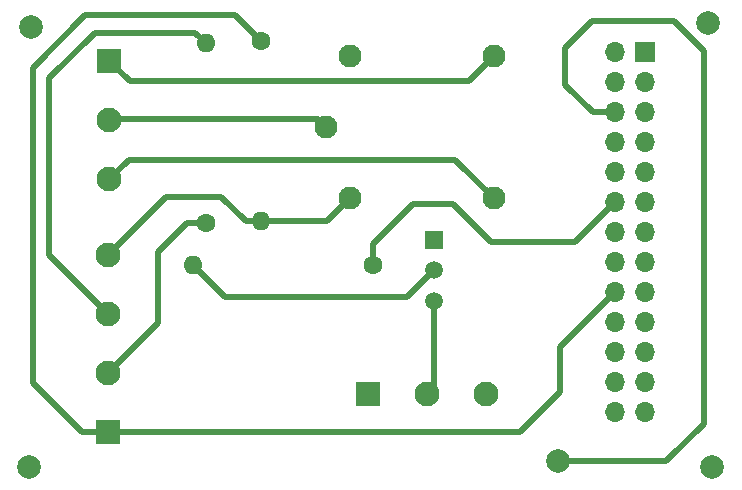
<source format=gbr>
%TF.GenerationSoftware,KiCad,Pcbnew,7.0.7*%
%TF.CreationDate,2023-09-27T10:27:32+03:00*%
%TF.ProjectId,Bionluk Proje,42696f6e-6c75-46b2-9050-726f6a652e6b,rev?*%
%TF.SameCoordinates,Original*%
%TF.FileFunction,Copper,L1,Top*%
%TF.FilePolarity,Positive*%
%FSLAX46Y46*%
G04 Gerber Fmt 4.6, Leading zero omitted, Abs format (unit mm)*
G04 Created by KiCad (PCBNEW 7.0.7) date 2023-09-27 10:27:32*
%MOMM*%
%LPD*%
G01*
G04 APERTURE LIST*
%TA.AperFunction,ComponentPad*%
%ADD10C,1.600000*%
%TD*%
%TA.AperFunction,ComponentPad*%
%ADD11O,1.600000X1.600000*%
%TD*%
%TA.AperFunction,ComponentPad*%
%ADD12R,2.100000X2.100000*%
%TD*%
%TA.AperFunction,ComponentPad*%
%ADD13C,2.100000*%
%TD*%
%TA.AperFunction,ComponentPad*%
%ADD14C,1.950000*%
%TD*%
%TA.AperFunction,ComponentPad*%
%ADD15R,1.700000X1.700000*%
%TD*%
%TA.AperFunction,ComponentPad*%
%ADD16O,1.700000X1.700000*%
%TD*%
%TA.AperFunction,ComponentPad*%
%ADD17R,1.500000X1.500000*%
%TD*%
%TA.AperFunction,ComponentPad*%
%ADD18C,1.500000*%
%TD*%
%TA.AperFunction,ViaPad*%
%ADD19C,2.000000*%
%TD*%
%TA.AperFunction,Conductor*%
%ADD20C,0.500000*%
%TD*%
%TA.AperFunction,Conductor*%
%ADD21C,0.250000*%
%TD*%
G04 APERTURE END LIST*
D10*
%TO.P,R2,1*%
%TO.N,Net-(J1-Pin_16)*%
X82050000Y-57090000D03*
D11*
%TO.P,R2,2*%
%TO.N,Net-(J1-Pin_20)*%
X82050000Y-41850000D03*
%TD*%
D10*
%TO.P,R3,1*%
%TO.N,Net-(J1-Pin_12)*%
X96220000Y-60650000D03*
D11*
%TO.P,R3,2*%
%TO.N,Net-(Q1-B)*%
X80980000Y-60650000D03*
%TD*%
D12*
%TO.P,J3,1,Pin_1*%
%TO.N,Net-(J3-Pin_1)*%
X73900000Y-43310000D03*
D13*
%TO.P,J3,2,Pin_2*%
%TO.N,Net-(J3-Pin_2)*%
X73900000Y-48310000D03*
%TO.P,J3,3,Pin_3*%
%TO.N,Net-(J3-Pin_3)*%
X73900000Y-53310000D03*
%TD*%
D14*
%TO.P,K1,COIL1*%
%TO.N,Net-(Q1-C)*%
X94260000Y-42950000D03*
%TO.P,K1,COIL2*%
%TO.N,Net-(J1-Pin_2)*%
X94260000Y-54950000D03*
%TO.P,K1,COM*%
%TO.N,Net-(J3-Pin_2)*%
X92260000Y-48950000D03*
%TO.P,K1,NC*%
%TO.N,Net-(J3-Pin_1)*%
X106460000Y-42950000D03*
%TO.P,K1,NO*%
%TO.N,Net-(J3-Pin_3)*%
X106460000Y-54950000D03*
%TD*%
D15*
%TO.P,J1,1,Pin_1*%
%TO.N,unconnected-(J1-Pin_1-Pad1)*%
X119250000Y-42600000D03*
D16*
%TO.P,J1,2,Pin_2*%
%TO.N,Net-(J1-Pin_2)*%
X116710000Y-42600000D03*
%TO.P,J1,3,Pin_3*%
%TO.N,unconnected-(J1-Pin_3-Pad3)*%
X119250000Y-45140000D03*
%TO.P,J1,4,Pin_4*%
%TO.N,unconnected-(J1-Pin_4-Pad4)*%
X116710000Y-45140000D03*
%TO.P,J1,5,Pin_5*%
%TO.N,unconnected-(J1-Pin_5-Pad5)*%
X119250000Y-47680000D03*
%TO.P,J1,6,Pin_6*%
%TO.N,GND*%
X116710000Y-47680000D03*
%TO.P,J1,7,Pin_7*%
%TO.N,unconnected-(J1-Pin_7-Pad7)*%
X119250000Y-50220000D03*
%TO.P,J1,8,Pin_8*%
%TO.N,unconnected-(J1-Pin_8-Pad8)*%
X116710000Y-50220000D03*
%TO.P,J1,9,Pin_9*%
%TO.N,unconnected-(J1-Pin_9-Pad9)*%
X119250000Y-52760000D03*
%TO.P,J1,10,Pin_10*%
%TO.N,unconnected-(J1-Pin_10-Pad10)*%
X116710000Y-52760000D03*
%TO.P,J1,11,Pin_11*%
%TO.N,unconnected-(J1-Pin_11-Pad11)*%
X119250000Y-55300000D03*
%TO.P,J1,12,Pin_12*%
%TO.N,Net-(J1-Pin_12)*%
X116710000Y-55300000D03*
%TO.P,J1,13,Pin_13*%
%TO.N,unconnected-(J1-Pin_13-Pad13)*%
X119250000Y-57840000D03*
%TO.P,J1,14,Pin_14*%
%TO.N,unconnected-(J1-Pin_14-Pad14)*%
X116710000Y-57840000D03*
%TO.P,J1,15,Pin_15*%
%TO.N,unconnected-(J1-Pin_15-Pad15)*%
X119250000Y-60380000D03*
%TO.P,J1,16,Pin_16*%
%TO.N,Net-(J1-Pin_16)*%
X116710000Y-60380000D03*
%TO.P,J1,17,Pin_17*%
%TO.N,unconnected-(J1-Pin_17-Pad17)*%
X119250000Y-62920000D03*
%TO.P,J1,18,Pin_18*%
%TO.N,Net-(J1-Pin_18)*%
X116710000Y-62920000D03*
%TO.P,J1,19,Pin_19*%
%TO.N,unconnected-(J1-Pin_19-Pad19)*%
X119250000Y-65460000D03*
%TO.P,J1,20,Pin_20*%
%TO.N,Net-(J1-Pin_20)*%
X116710000Y-65460000D03*
%TO.P,J1,21,Pin_21*%
%TO.N,unconnected-(J1-Pin_21-Pad21)*%
X119250000Y-68000000D03*
%TO.P,J1,22,Pin_22*%
%TO.N,unconnected-(J1-Pin_22-Pad22)*%
X116710000Y-68000000D03*
%TO.P,J1,23,Pin_23*%
%TO.N,unconnected-(J1-Pin_23-Pad23)*%
X119250000Y-70540000D03*
%TO.P,J1,24,Pin_24*%
%TO.N,unconnected-(J1-Pin_24-Pad24)*%
X116710000Y-70540000D03*
%TO.P,J1,25,Pin_25*%
%TO.N,unconnected-(J1-Pin_25-Pad25)*%
X119250000Y-73080000D03*
%TO.P,J1,26,Pin_26*%
%TO.N,unconnected-(J1-Pin_26-Pad26)*%
X116710000Y-73080000D03*
%TD*%
D12*
%TO.P,J6,1,Pin_1*%
%TO.N,Net-(J1-Pin_18)*%
X73820000Y-74740000D03*
D13*
%TO.P,J6,2,Pin_2*%
%TO.N,Net-(J1-Pin_16)*%
X73820000Y-69740000D03*
%TO.P,J6,3,Pin_3*%
%TO.N,Net-(J1-Pin_20)*%
X73820000Y-64740000D03*
%TO.P,J6,4,Pin_4*%
%TO.N,Net-(J1-Pin_2)*%
X73820000Y-59740000D03*
%TD*%
D10*
%TO.P,R1,1*%
%TO.N,Net-(J1-Pin_18)*%
X86700000Y-41680000D03*
D11*
%TO.P,R1,2*%
%TO.N,Net-(J1-Pin_2)*%
X86700000Y-56920000D03*
%TD*%
D17*
%TO.P,Q1,1,C*%
%TO.N,Net-(Q1-C)*%
X101415000Y-58470000D03*
D18*
%TO.P,Q1,2,B*%
%TO.N,Net-(Q1-B)*%
X101415000Y-61070000D03*
%TO.P,Q1,3,E*%
%TO.N,GND*%
X101415000Y-63670000D03*
%TD*%
D12*
%TO.P,J4,1,Pin_1*%
%TO.N,unconnected-(J4-Pin_1-Pad1)*%
X95770000Y-71550000D03*
D13*
%TO.P,J4,2,Pin_2*%
%TO.N,GND*%
X100770000Y-71550000D03*
%TO.P,J4,3,Pin_3*%
%TO.N,unconnected-(J4-Pin_3-Pad3)*%
X105770000Y-71550000D03*
%TD*%
D19*
%TO.N,*%
X67130000Y-77670000D03*
X124950000Y-77670000D03*
X124540000Y-40110000D03*
X67260000Y-40430000D03*
%TO.N,GND*%
X111890000Y-77220000D03*
%TD*%
D20*
%TO.N,Net-(J1-Pin_2)*%
X92290000Y-56920000D02*
X94260000Y-54950000D01*
X83380000Y-54830000D02*
X85470000Y-56920000D01*
X86700000Y-56920000D02*
X92290000Y-56920000D01*
X78730000Y-54830000D02*
X83380000Y-54830000D01*
X73820000Y-59740000D02*
X78730000Y-54830000D01*
X85470000Y-56920000D02*
X86700000Y-56920000D01*
%TO.N,GND*%
X121050000Y-77220000D02*
X111890000Y-77220000D01*
D21*
X101415000Y-70905000D02*
X100770000Y-71550000D01*
D20*
X116710000Y-47680000D02*
X114800000Y-47680000D01*
X121690000Y-39950000D02*
X124230000Y-42490000D01*
D21*
X111890000Y-77220000D02*
X111930000Y-77220000D01*
D20*
X124230000Y-74040000D02*
X121310000Y-76960000D01*
X114800000Y-47680000D02*
X112480000Y-45360000D01*
X101415000Y-63670000D02*
X101415000Y-70905000D01*
X112480000Y-45360000D02*
X112480000Y-42230000D01*
X124230000Y-42490000D02*
X124230000Y-74040000D01*
X114760000Y-39950000D02*
X121690000Y-39950000D01*
X121310000Y-76960000D02*
X121050000Y-77220000D01*
X112480000Y-42230000D02*
X114760000Y-39950000D01*
%TO.N,Net-(J1-Pin_12)*%
X113320000Y-58690000D02*
X116710000Y-55300000D01*
X96220000Y-58870000D02*
X99610000Y-55480000D01*
X99610000Y-55480000D02*
X102990000Y-55480000D01*
X102990000Y-55480000D02*
X106200000Y-58690000D01*
X96220000Y-60650000D02*
X96220000Y-58870000D01*
X106200000Y-58690000D02*
X113320000Y-58690000D01*
%TO.N,Net-(J1-Pin_16)*%
X73820000Y-69740000D02*
X78020000Y-65540000D01*
X78020000Y-59550000D02*
X80480000Y-57090000D01*
X78020000Y-65540000D02*
X78020000Y-59550000D01*
X80480000Y-57090000D02*
X82050000Y-57090000D01*
%TO.N,Net-(J1-Pin_18)*%
X84500000Y-39480000D02*
X71870000Y-39480000D01*
X71600000Y-74740000D02*
X73820000Y-74740000D01*
X112070000Y-67560000D02*
X112070000Y-71330000D01*
X116710000Y-62920000D02*
X112070000Y-67560000D01*
X112070000Y-71330000D02*
X108660000Y-74740000D01*
X67440000Y-43910000D02*
X67440000Y-70580000D01*
X86700000Y-41680000D02*
X84500000Y-39480000D01*
X67440000Y-70580000D02*
X71600000Y-74740000D01*
X108660000Y-74740000D02*
X73820000Y-74740000D01*
X71870000Y-39480000D02*
X67440000Y-43910000D01*
%TO.N,Net-(J1-Pin_20)*%
X82050000Y-41850000D02*
X81170000Y-40970000D01*
X81170000Y-40970000D02*
X72650000Y-40970000D01*
X68810000Y-59730000D02*
X73820000Y-64740000D01*
X68810000Y-44810000D02*
X68810000Y-59730000D01*
X72650000Y-40970000D02*
X68810000Y-44810000D01*
%TO.N,Net-(J3-Pin_1)*%
X104380000Y-45030000D02*
X106460000Y-42950000D01*
X75620000Y-45030000D02*
X104380000Y-45030000D01*
X73900000Y-43310000D02*
X75620000Y-45030000D01*
D21*
%TO.N,Net-(J3-Pin_2)*%
X91620000Y-48310000D02*
X92260000Y-48950000D01*
D20*
X73920000Y-48290000D02*
X91600000Y-48290000D01*
X91600000Y-48290000D02*
X91620000Y-48310000D01*
X73900000Y-48310000D02*
X73920000Y-48290000D01*
%TO.N,Net-(J3-Pin_3)*%
X103190000Y-51680000D02*
X106460000Y-54950000D01*
X75530000Y-51680000D02*
X103190000Y-51680000D01*
X73900000Y-53310000D02*
X75530000Y-51680000D01*
%TO.N,Net-(Q1-B)*%
X99125000Y-63360000D02*
X83690000Y-63360000D01*
X83690000Y-63360000D02*
X80980000Y-60650000D01*
X101415000Y-61070000D02*
X99125000Y-63360000D01*
%TD*%
M02*

</source>
